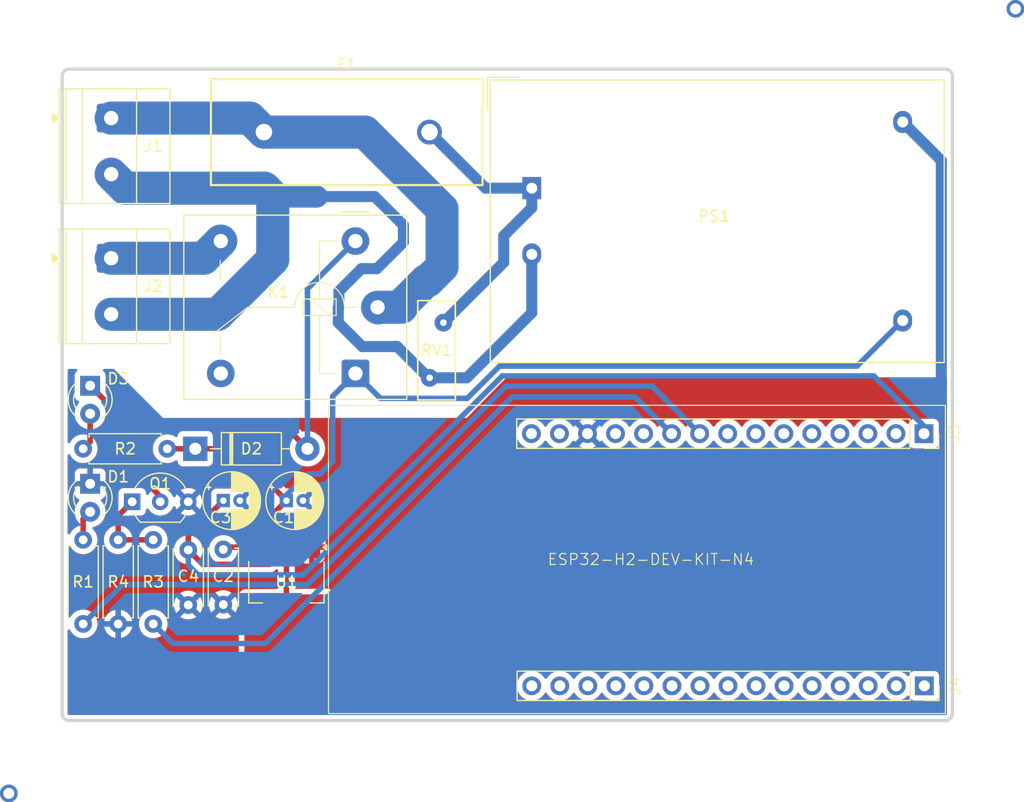
<source format=kicad_pcb>
(kicad_pcb (version 20241229) (generator "pcbnew") (generator_version "9.0")
  (title_block (title "ESP32-H2 smart switch") (date "2025-05-01") (rev "1.0") (company "SIVAKOV.TECH") (comment 1 "THT version for hand soldering"))
  (layers (0 "F.Cu" signal) (2 "B.Cu" signal) (13 "F.Paste" user) (15 "B.Paste" user) (5 "F.SilkS" user "F.Silkscreen") (7 "B.SilkS" user "B.Silkscreen") (1 "F.Mask" user) (3 "B.Mask" user) (25 "Edge.Cuts" user))
  (net 0 "")
  (net 1 "+5V")
  (net 2 "GND")
  (net 3 "+3.3V")
  (net 4 "/LED_RUN")
  (net 5 "/RELAY_COIL")
  (net 6 "/LED_RELAY")
  (net 7 "L_IN")
  (net 9 "/RELAY_CTRL")
  (net 15 "Net-(J3-Pin_9)")
  (net 37 "Net-(Q1-B)")
  (net 38 "N_IN")
  (net 39 "/L_OUT")
  (net 40 "L")
  (net 41 "N")
  (footprint "Varistor:RV_Disc_D9mm_W3.4mm_P5mm" (layer "F.Cu") (at 141.224 97.282 -90)
    (property "Reference" "RV1" (at 2.5 0.635 180) (layer "F.SilkS"))
    (property "Value" "275V")
    (pad "1" thru_hole circle (at 0 0 270) (size 1.6 1.6) (drill 0.6) (layers "*.Cu" "*.Mask") (net 40 "L"))
    (pad "2" thru_hole circle (at 5 1.25 270) (size 1.6 1.6) (drill 0.6) (layers "*.Cu" "*.Mask") (net 41 "N"))
  )
  (footprint "KiCadX_FuseHolders_THT:FuseHolder_THT_5x20mm_PTF76_RM15mm" (layer "F.Cu") (at 132.461 80.01)
    (property "Reference" "F1" (at 0 -6.135 0) (layer "F.SilkS"))
    (property "Value" "T250mA 250V")
    (pad "1" thru_hole circle (at -7.5 0) (size 2.5 2.5) (drill 1.5) (layers "*.Cu" "*.Mask") (net 7 "L_IN"))
    (pad "2" thru_hole circle (at 7.5 0) (size 2.25 2.25) (drill 1.5) (layers "*.Cu" "*.Mask") (net 40 "L"))
  )
  (footprint "Capacitor_THT:C_Disc_D5.0mm_W2.5mm_P5.00mm" (layer "F.Cu") (at 118.11 117.877087 -90)
    (property "Reference" "C4" (at 2.391913 0 180) (layer "F.SilkS"))
    (property "Value" "100n")
    (pad "1" thru_hole circle (at 0 0 270) (size 1.6 1.6) (drill 0.8) (layers "*.Cu" "*.Mask") (net 3 "+3.3V"))
    (pad "2" thru_hole circle (at 5 0 270) (size 1.6 1.6) (drill 0.8) (layers "*.Cu" "*.Mask") (net 2 "GND"))
  )
  (footprint "Diode_THT:D_DO-41_SOD81_P10.16mm_Horizontal" (layer "F.Cu") (at 118.745 108.712)
    (property "Reference" "D2" (at 5.08 0 0) (layer "F.SilkS"))
    (property "Value" "40V, 1A")
    (pad "1" thru_hole rect (at 0 0) (size 2.2 2.2) (drill 1.1) (layers "*.Cu" "*.Mask") (net 1 "+5V"))
    (pad "2" thru_hole oval (at 10.16 0) (size 2.2 2.2) (drill 1.1) (layers "*.Cu" "*.Mask") (net 5 "/RELAY_COIL"))
  )
  (footprint "KiCadX_Capacitors_THT:CP_Radial_D5.0mm_P1.50mm" (layer "F.Cu") (at 121.285 113.411)
    (property "Reference" "C3" (at -0.254 1.524 0) (layer "F.SilkS"))
    (property "Value" "22u")
    (pad "1" thru_hole rect (at 0 0) (size 1.2 1.2) (drill 0.6) (layers "*.Cu" "*.Mask") (net 3 "+3.3V"))
    (pad "2" thru_hole circle (at 1.5 0) (size 1.2 1.2) (drill 0.6) (layers "*.Cu" "*.Mask") (net 2 "GND"))
  )
  (footprint "TerminalBlock_Phoenix:TerminalBlock_Phoenix_MKDS-1,5-2-5.08_1x02_P5.08mm_Horizontal" (layer "F.Cu") (at 111.125 91.44 -90)
    (property "Reference" "J2" (at 2.54 -3.81 180) (layer "F.SilkS"))
    (property "Value" "Screw_Terminal_01x02")
    (pad "1" thru_hole roundrect (at 0 0 270) (size 2.6 2.6) (drill 1.3) (layers "*.Cu" "*.Mask") (roundrect_rratio 0.096154) (net 39 "/L_OUT"))
    (pad "2" thru_hole circle (at 5.08 0 270) (size 2.6 2.6) (drill 1.3) (layers "*.Cu" "*.Mask") (net 38 "N_IN"))
  )
  (footprint "Resistor_THT:R_Axial_DIN0207_L6.3mm_D2.5mm_P7.62mm_Horizontal" (layer "F.Cu") (at 111.76 116.967 -90)
    (property "Reference" "R4" (at 3.81 0 180) (layer "F.SilkS"))
    (property "Value" "10k")
    (pad "1" thru_hole circle (at 0 0 270) (size 1.6 1.6) (drill 0.8) (layers "*.Cu" "*.Mask") (net 37 "Net-(Q1-B)"))
    (pad "2" thru_hole oval (at 7.62 0 270) (size 1.6 1.6) (drill 0.8) (layers "*.Cu" "*.Mask") (net 2 "GND"))
  )
  (footprint "TerminalBlock_Phoenix:TerminalBlock_Phoenix_MKDS-1,5-2-5.08_1x02_P5.08mm_Horizontal" (layer "F.Cu") (at 111.125 78.74 -90)
    (property "Reference" "J1" (at 2.54 -3.81 180) (layer "F.SilkS"))
    (property "Value" "Screw_Terminal_01x02")
    (pad "1" thru_hole roundrect (at 0 0 270) (size 2.6 2.6) (drill 1.3) (layers "*.Cu" "*.Mask") (roundrect_rratio 0.096154) (net 7 "L_IN"))
    (pad "2" thru_hole circle (at 5.08 0 270) (size 2.6 2.6) (drill 1.3) (layers "*.Cu" "*.Mask") (net 38 "N_IN"))
  )
  (footprint "Connector_PinSocket_2.54mm:PinSocket_1x15_P2.54mm_Vertical" (layer "F.Cu") (at 184.785 130.2 -90)
    (property "Reference" "J4" (at 0 -2.77 90) (layer "F.SilkS"))
    (property "Value" "Conn_01x15")
    (pad "1" thru_hole rect (at 0 0 270) (size 1.7 1.7) (drill 1) (layers "*.Cu" "*.Mask"))
    (pad "2" thru_hole circle (at 0 2.54 270) (size 1.7 1.7) (drill 1) (layers "*.Cu" "*.Mask"))
    (pad "3" thru_hole circle (at 0 5.08 270) (size 1.7 1.7) (drill 1) (layers "*.Cu" "*.Mask"))
    (pad "4" thru_hole circle (at 0 7.62 270) (size 1.7 1.7) (drill 1) (layers "*.Cu" "*.Mask"))
    (pad "5" thru_hole circle (at 0 10.16 270) (size 1.7 1.7) (drill 1) (layers "*.Cu" "*.Mask"))
    (pad "6" thru_hole circle (at 0 12.7 270) (size 1.7 1.7) (drill 1) (layers "*.Cu" "*.Mask"))
    (pad "7" thru_hole circle (at 0 15.24 270) (size 1.7 1.7) (drill 1) (layers "*.Cu" "*.Mask"))
    (pad "8" thru_hole circle (at 0 17.78 270) (size 1.7 1.7) (drill 1) (layers "*.Cu" "*.Mask"))
    (pad "9" thru_hole circle (at 0 20.32 270) (size 1.7 1.7) (drill 1) (layers "*.Cu" "*.Mask"))
    (pad "10" thru_hole circle (at 0 22.86 270) (size 1.7 1.7) (drill 1) (layers "*.Cu" "*.Mask"))
    (pad "11" thru_hole circle (at 0 25.4 270) (size 1.7 1.7) (drill 1) (layers "*.Cu" "*.Mask"))
    (pad "12" thru_hole circle (at 0 27.94 270) (size 1.7 1.7) (drill 1) (layers "*.Cu" "*.Mask"))
    (pad "13" thru_hole circle (at 0 30.48 270) (size 1.7 1.7) (drill 1) (layers "*.Cu" "*.Mask"))
    (pad "14" thru_hole circle (at 0 33.02 270) (size 1.7 1.7) (drill 1) (layers "*.Cu" "*.Mask"))
    (pad "15" thru_hole circle (at 0 35.56 270) (size 1.7 1.7) (drill 1) (layers "*.Cu" "*.Mask"))
  )
  (footprint "Package_TO_SOT_THT:TO-92_Inline_Wide" (layer "F.Cu") (at 113.03 113.517)
    (property "Reference" "Q1" (at 2.54 -1.63 0) (layer "F.SilkS"))
    (property "Value" "NPN, 40V, 500mA")
    (pad "1" thru_hole rect (at 0 0) (size 1.5 1.5) (drill 0.8) (layers "*.Cu" "*.Mask") (net 37 "Net-(Q1-B)"))
    (pad "2" thru_hole circle (at 2.54 0) (size 1.5 1.5) (drill 0.8) (layers "*.Cu" "*.Mask") (net 5 "/RELAY_COIL"))
    (pad "3" thru_hole circle (at 5.08 0) (size 1.5 1.5) (drill 0.8) (layers "*.Cu" "*.Mask") (net 2 "GND"))
  )
  (footprint "LED_THT:LED_D3.0mm" (layer "F.Cu") (at 109.22 111.887 -90)
    (property "Reference" "D1" (at -0.635 -2.54 180) (layer "F.SilkS"))
    (property "Value" "Blue, 3V, 10mA")
    (pad "1" thru_hole rect (at 0 0 270) (size 1.8 1.8) (drill 0.9) (layers "*.Cu" "*.Mask") (net 2 "GND"))
    (pad "2" thru_hole circle (at 2.54 0 270) (size 1.8 1.8) (drill 0.9) (layers "*.Cu" "*.Mask") (net 4 "/LED_RUN"))
  )
  (footprint "Package_TO_SOT_SMD:SOT-223-3_TabPin2" (layer "F.Cu") (at 127 120.777 -90)
    (property "Reference" "U1" (at 0 0 180) (layer "F.SilkS"))
    (property "Value" "LM1117MP-3.3")
    (pad "1" smd roundrect (at -3.15 -2.3 270) (size 2 1.5) (layers "F.Cu" "F.Mask" "F.Paste") (net 2 "GND"))
    (pad "2" smd roundrect (at -3.15 0 270) (size 2 1.5) (layers "F.Cu" "F.Mask" "F.Paste") (net 3 "+3.3V"))
    (pad "2" smd roundrect (at 3.15 0 270) (size 2 3.8) (layers "F.Cu" "F.Mask" "F.Paste") (net 3 "+3.3V"))
    (pad "3" smd roundrect (at -3.15 2.3 270) (size 2 1.5) (layers "F.Cu" "F.Mask" "F.Paste") (net 1 "+5V"))
  )
  (footprint "LED_THT:LED_D3.0mm" (layer "F.Cu") (at 109.22 102.997 -90)
    (property "Reference" "D3" (at -0.635 -2.54 180) (layer "F.SilkS"))
    (property "Value" "Red, 2V, 10mA")
    (pad "1" thru_hole rect (at 0 0 270) (size 1.8 1.8) (drill 0.9) (layers "*.Cu" "*.Mask") (net 5 "/RELAY_COIL"))
    (pad "2" thru_hole circle (at 2.54 0 270) (size 1.8 1.8) (drill 0.9) (layers "*.Cu" "*.Mask") (net 6 "/LED_RELAY"))
  )
  (footprint "Resistor_THT:R_Axial_DIN0207_L6.3mm_D2.5mm_P7.62mm_Horizontal" (layer "F.Cu") (at 116.205 108.712 180)
    (property "Reference" "R2" (at 3.81 0 0) (layer "F.SilkS"))
    (property "Value" "330R")
    (pad "1" thru_hole circle (at 0 0 180) (size 1.6 1.6) (drill 0.8) (layers "*.Cu" "*.Mask") (net 1 "+5V"))
    (pad "2" thru_hole oval (at 7.62 0 180) (size 1.6 1.6) (drill 0.8) (layers "*.Cu" "*.Mask") (net 6 "/LED_RELAY"))
  )
  (footprint "KiCadX_Capacitors_THT:CP_Radial_D5.0mm_P1.50mm" (layer "F.Cu") (at 127 113.411)
    (property "Reference" "C1" (at -0.254 1.524 0) (layer "F.SilkS"))
    (property "Value" "22u")
    (pad "1" thru_hole rect (at 0 0) (size 1.2 1.2) (drill 0.6) (layers "*.Cu" "*.Mask") (net 1 "+5V"))
    (pad "2" thru_hole circle (at 1.5 0) (size 1.2 1.2) (drill 0.6) (layers "*.Cu" "*.Mask") (net 2 "GND"))
  )
  (footprint "Resistor_THT:R_Axial_DIN0207_L6.3mm_D2.5mm_P7.62mm_Horizontal" (layer "F.Cu") (at 108.585 116.967 -90)
    (property "Reference" "R1" (at 3.81 0 180) (layer "F.SilkS"))
    (property "Value" "220R")
    (pad "1" thru_hole circle (at 0 0 270) (size 1.6 1.6) (drill 0.8) (layers "*.Cu" "*.Mask") (net 4 "/LED_RUN"))
    (pad "2" thru_hole oval (at 7.62 0 270) (size 1.6 1.6) (drill 0.8) (layers "*.Cu" "*.Mask") (net 15 "Net-(J3-Pin_9)"))
  )
  (footprint "Converter_ACDC:Converter_ACDC_Hi-Link_HLK-5Mxx" (layer "F.Cu") (at 149.225 85.09)
    (property "Reference" "PS1" (at 16.51 2.54 0) (layer "F.SilkS"))
    (property "Value" "HLK-5M05")
    (pad "1" thru_hole rect (at 0 0) (size 1.7 2) (drill 1) (layers "*.Cu" "*.Mask") (net 40 "L"))
    (pad "2" thru_hole oval (at 0 6) (size 1.7 2) (drill 1) (layers "*.Cu" "*.Mask") (net 41 "N"))
    (pad "3" thru_hole oval (at 33.6 -6) (size 1.7 2) (drill 1) (layers "*.Cu" "*.Mask") (net 2 "GND"))
    (pad "4" thru_hole oval (at 33.6 12) (size 1.7 2) (drill 1) (layers "*.Cu" "*.Mask") (net 1 "+5V"))
  )
  (footprint "KiCadX_Relays_THT:Relay_SPDT_Relpol-RM51" (layer "F.Cu") (at 135.255 95.885 -90)
    (property "Reference" "K1" (at -1.397 9.017 0) (layer "F.SilkS"))
    (property "Value" "SPDT, 5V 72R, 10A 250VAC")
    (pad "11" thru_hole circle (at 0 0 270) (size 2.5 2.5) (drill 1.3) (layers "*.Cu" "*.Mask") (net 7 "L_IN"))
    (pad "12" thru_hole oval (at 6 14.2 270) (size 2.5 2.5) (drill 1.3) (layers "*.Cu" "*.Mask"))
    (pad "14" thru_hole oval (at -6 14.2 270) (size 2.5 2.5) (drill 1.3) (layers "*.Cu" "*.Mask") (net 39 "/L_OUT"))
    (pad "A1" thru_hole oval (at -6 2 270) (size 2.5 2.5) (drill 1.3) (layers "*.Cu" "*.Mask") (net 5 "/RELAY_COIL"))
    (pad "A2" thru_hole roundrect (at 6 2 270) (size 2.5 2.5) (drill 1.3) (layers "*.Cu" "*.Mask") (roundrect_rratio 0.1) (net 1 "+5V"))
  )
  (footprint "Capacitor_THT:C_Disc_D5.0mm_W2.5mm_P5.00mm" (layer "F.Cu") (at 121.285 117.837087 -90)
    (property "Reference" "C2" (at 2.431913 0 0) (layer "F.SilkS"))
    (property "Value" "100n")
    (pad "1" thru_hole circle (at 0 0 270) (size 1.6 1.6) (drill 0.8) (layers "*.Cu" "*.Mask") (net 1 "+5V"))
    (pad "2" thru_hole circle (at 5 0 270) (size 1.6 1.6) (drill 0.8) (layers "*.Cu" "*.Mask") (net 2 "GND"))
  )
  (footprint "Resistor_THT:R_Axial_DIN0207_L6.3mm_D2.5mm_P7.62mm_Horizontal" (layer "F.Cu") (at 114.935 124.587 90)
    (property "Reference" "R3" (at 3.81 0 180) (layer "F.SilkS"))
    (property "Value" "330R")
    (pad "1" thru_hole circle (at 0 0 90) (size 1.6 1.6) (drill 0.8) (layers "*.Cu" "*.Mask") (net 9 "/RELAY_CTRL"))
    (pad "2" thru_hole oval (at 7.62 0 90) (size 1.6 1.6) (drill 0.8) (layers "*.Cu" "*.Mask") (net 37 "Net-(Q1-B)"))
  )
  (footprint "Connector_PinSocket_2.54mm:PinSocket_1x15_P2.54mm_Vertical" (layer "F.Cu") (at 184.755 107.34 -90)
    (property "Reference" "J3" (at 0 -2.77 90) (layer "F.SilkS"))
    (property "Value" "Conn_01x15")
    (pad "1" thru_hole rect (at 0 0 270) (size 1.7 1.7) (drill 1) (layers "*.Cu" "*.Mask") (net 3 "+3.3V"))
    (pad "2" thru_hole circle (at 0 2.54 270) (size 1.7 1.7) (drill 1) (layers "*.Cu" "*.Mask"))
    (pad "3" thru_hole circle (at 0 5.08 270) (size 1.7 1.7) (drill 1) (layers "*.Cu" "*.Mask"))
    (pad "4" thru_hole circle (at 0 7.62 270) (size 1.7 1.7) (drill 1) (layers "*.Cu" "*.Mask"))
    (pad "5" thru_hole circle (at 0 10.16 270) (size 1.7 1.7) (drill 1) (layers "*.Cu" "*.Mask"))
    (pad "6" thru_hole circle (at 0 12.7 270) (size 1.7 1.7) (drill 1) (layers "*.Cu" "*.Mask"))
    (pad "7" thru_hole circle (at 0 15.24 270) (size 1.7 1.7) (drill 1) (layers "*.Cu" "*.Mask"))
    (pad "8" thru_hole circle (at 0 17.78 270) (size 1.7 1.7) (drill 1) (layers "*.Cu" "*.Mask"))
    (pad "9" thru_hole circle (at 0 20.32 270) (size 1.7 1.7) (drill 1) (layers "*.Cu" "*.Mask") (net 15 "Net-(J3-Pin_9)"))
    (pad "10" thru_hole circle (at 0 22.86 270) (size 1.7 1.7) (drill 1) (layers "*.Cu" "*.Mask") (net 9 "/RELAY_CTRL"))
    (pad "11" thru_hole circle (at 0 25.4 270) (size 1.7 1.7) (drill 1) (layers "*.Cu" "*.Mask"))
    (pad "12" thru_hole circle (at 0 27.94 270) (size 1.7 1.7) (drill 1) (layers "*.Cu" "*.Mask"))
    (pad "13" thru_hole circle (at 0 30.48 270) (size 1.7 1.7) (drill 1) (layers "*.Cu" "*.Mask") (net 2 "GND"))
    (pad "14" thru_hole circle (at 0 33.02 270) (size 1.7 1.7) (drill 1) (layers "*.Cu" "*.Mask"))
    (pad "15" thru_hole circle (at 0 35.56 270) (size 1.7 1.7) (drill 1) (layers "*.Cu" "*.Mask"))
  )
  (footprint "NetTie:NetTie-2_SMD_Pad2.0mm" (layer "B.Cu") (at 127.762 85.852)
    (property "Reference" "NT1" (hide yes))
    (property "Value" "NetTie_2" (hide yes))
    (fp_poly (pts (xy -2 1) (xy 2 1) (xy 2 -1) (xy -2 -1)) (fill yes) (layer "B.Cu"))
    (pad "1" smd circle (at -2 0) (size 2 2) (layers "B.Cu") (net 38 "N_IN"))
    (pad "2" smd circle (at 2 0) (size 2 2) (layers "B.Cu") (net 41 "N"))
  )
  (gr_rect (start 130.81 104.775) (end 186.69 132.715) (stroke (width 0.1)) (fill no) (layer "F.SilkS"))
  (gr_arc (start 107.315 133.35) (mid 106.865987 133.164013) (end 106.68 132.715) (stroke (width 0.3)) (layer "Edge.Cuts"))
  (gr_line (start 107.315 133.35) (end 186.69 133.35) (stroke (width 0.3)) (layer "Edge.Cuts"))
  (gr_arc (start 106.68 74.93) (mid 106.865987 74.480987) (end 107.315 74.295) (stroke (width 0.3)) (layer "Edge.Cuts"))
  (gr_line (start 186.69 74.295) (end 107.315 74.295) (stroke (width 0.3)) (layer "Edge.Cuts"))
  (gr_arc (start 187.325 132.715) (mid 187.139013 133.164013) (end 186.69 133.35) (stroke (width 0.3)) (layer "Edge.Cuts"))
  (gr_arc (start 186.69 74.295) (mid 187.139013 74.480987) (end 187.325 74.93) (stroke (width 0.3)) (layer "Edge.Cuts"))
  (gr_line (start 187.325 132.715) (end 187.325 74.93) (stroke (width 0.3)) (layer "Edge.Cuts"))
  (gr_line (start 106.68 74.93) (end 106.68 132.715) (stroke (width 0.3)) (layer "Edge.Cuts"))
  (gr_text "ESP32-H2-DEV-KIT-N4" (at 160.02 118.745 0) (layer "F.SilkS") (effects (font (size 1 1) (thickness 0.1))))
  (via (at 101.854 139.954) (size 1.6) (drill 1) (layers "F.Cu" "B.Cu") (net 0))
  (via (at 193.04 68.834) (size 1.6) (drill 1) (layers "F.Cu" "B.Cu") (net 0))
  (segment (start 124.7 117.627) (end 121.495087 117.627) (width 0.5) (layer "F.Cu") (net 1))
  (segment (start 118.745 108.712) (end 122.301 108.712) (width 0.5) (layer "F.Cu") (net 1))
  (segment (start 127 113.411) (end 124.7 115.711) (width 0.5) (layer "F.Cu") (net 1))
  (segment (start 122.301 108.712) (end 127 113.411) (width 0.5) (layer "F.Cu") (net 1))
  (segment (start 124.7 115.711) (end 124.7 117.627) (width 0.5) (layer "F.Cu") (net 1))
  (segment (start 116.205 108.712) (end 118.745 108.712) (width 0.5) (layer "F.Cu") (net 1))
  (segment (start 121.495087 117.627) (end 121.285 117.837087) (width 0.5) (layer "F.Cu") (net 1))
  (segment (start 135.51 104.14) (end 143.383 104.14) (width 0.5) (layer "B.Cu") (net 1))
  (segment (start 178.689 101.219) (end 182.818 97.09) (width 0.5) (layer "B.Cu") (net 1))
  (segment (start 182.818 97.09) (end 182.825 97.09) (width 0.5) (layer "B.Cu") (net 1))
  (segment (start 143.383 104.14) (end 146.304 101.219) (width 0.5) (layer "B.Cu") (net 1))
  (segment (start 130.048 110.998) (end 128.905 110.998) (width 0.5) (layer "B.Cu") (net 1))
  (segment (start 131.191 109.855) (end 130.048 110.998) (width 0.5) (layer "B.Cu") (net 1))
  (segment (start 133.255 101.885) (end 131.191 103.949) (width 0.5) (layer "B.Cu") (net 1))
  (segment (start 127 112.903) (end 127 113.411) (width 0.5) (layer "B.Cu") (net 1))
  (segment (start 146.304 101.219) (end 178.689 101.219) (width 0.5) (layer "B.Cu") (net 1))
  (segment (start 128.905 110.998) (end 127 112.903) (width 0.5) (layer "B.Cu") (net 1))
  (segment (start 133.255 101.885) (end 135.51 104.14) (width 0.5) (layer "B.Cu") (net 1))
  (segment (start 131.191 103.949) (end 131.191 109.855) (width 0.5) (layer "B.Cu") (net 1))
  (segment (start 186.324 82.589) (end 186.324 102.87) (width 1) (layer "B.Cu") (net 2))
  (segment (start 182.825 79.09) (end 186.324 82.589) (width 1) (layer "B.Cu") (net 2))
  (segment (start 118.11 117.877087) (end 118.11 116.586) (width 0.5) (layer "F.Cu") (net 3))
  (segment (start 125.448475 119.188087) (end 119.421 119.188087) (width 0.5) (layer "F.Cu") (net 3))
  (segment (start 127 117.627) (end 127 117.636562) (width 0.5) (layer "F.Cu") (net 3))
  (segment (start 127 117.636562) (end 125.448475 119.188087) (width 0.5) (layer "F.Cu") (net 3))
  (segment (start 127 117.627) (end 127 123.927) (width 0.5) (layer "F.Cu") (net 3))
  (segment (start 119.421 119.188087) (end 118.11 117.877087) (width 0.5) (layer "F.Cu") (net 3))
  (segment (start 118.11 116.586) (end 121.285 113.411) (width 0.5) (layer "F.Cu") (net 3))
  (segment (start 184.755 107.34) (end 184.755 106.65) (width 0.5) (layer "B.Cu") (net 3))
  (segment (start 118.999 120.142) (end 118.11 119.253) (width 0.5) (layer "B.Cu") (net 3))
  (segment (start 128.524 120.142) (end 118.999 120.142) (width 0.5) (layer "B.Cu") (net 3))
  (segment (start 180.213 102.108) (end 146.558 102.108) (width 0.5) (layer "B.Cu") (net 3))
  (segment (start 184.755 106.65) (end 180.213 102.108) (width 0.5) (layer "B.Cu") (net 3))
  (segment (start 146.558 102.108) (end 128.524 120.142) (width 0.5) (layer "B.Cu") (net 3))
  (segment (start 118.11 119.253) (end 118.11 117.877087) (width 0.5) (layer "B.Cu") (net 3))
  (segment (start 108.585 116.967) (end 108.585 115.062) (width 0.5) (layer "F.Cu") (net 4))
  (segment (start 108.585 115.062) (end 109.22 114.427) (width 0.5) (layer "F.Cu") (net 4))
  (segment (start 114.173 107.95) (end 114.173 111.633) (width 0.5) (layer "F.Cu") (net 5))
  (segment (start 112.522 106.299) (end 114.173 107.95) (width 0.5) (layer "F.Cu") (net 5))
  (segment (start 115.57 113.03) (end 115.57 113.517) (width 0.5) (layer "F.Cu") (net 5))
  (segment (start 109.22 102.997) (end 112.522 106.299) (width 0.5) (layer "F.Cu") (net 5))
  (segment (start 128.905 108.712) (end 126.619 106.426) (width 0.5) (layer "F.Cu") (net 5))
  (segment (start 114.173 111.633) (end 115.57 113.03) (width 0.5) (layer "F.Cu") (net 5))
  (segment (start 126.619 106.426) (end 112.649 106.426) (width 0.5) (layer "F.Cu") (net 5))
  (segment (start 112.649 106.426) (end 112.522 106.299) (width 0.5) (layer "F.Cu") (net 5))
  (segment (start 133.23517 89.885) (end 128.905 94.21517) (width 0.5) (layer "B.Cu") (net 5))
  (segment (start 133.255 89.885) (end 133.23517 89.885) (width 0.5) (layer "B.Cu") (net 5))
  (segment (start 128.905 94.21517) (end 128.905 108.712) (width 0.5) (layer "B.Cu") (net 5))
  (segment (start 109.22 105.537) (end 109.22 108.077) (width 0.5) (layer "F.Cu") (net 6))
  (segment (start 109.22 108.077) (end 108.585 108.712) (width 0.5) (layer "F.Cu") (net 6))
  (segment (start 141.097 92.202) (end 139.818 93.481) (width 3) (layer "B.Cu") (net 7))
  (segment (start 139.818 93.481) (end 139.649574 93.481) (width 3) (layer "B.Cu") (net 7))
  (segment (start 141.097 86.995) (end 141.097 92.202) (width 3) (layer "B.Cu") (net 7))
  (segment (start 123.691 78.74) (end 124.961 80.01) (width 3) (layer "B.Cu") (net 7))
  (segment (start 124.961 80.01) (end 134.112 80.01) (width 3) (layer "B.Cu") (net 7))
  (segment (start 135.317581 95.947581) (end 135.380162 95.885) (width 3) (layer "B.Cu") (net 7))
  (segment (start 134.112 80.01) (end 141.097 86.995) (width 3) (layer "B.Cu") (net 7))
  (segment (start 137.414 95.885) (end 135.255 95.885) (width 3) (layer "B.Cu") (net 7))
  (segment (start 139.649574 93.481) (end 137.423 95.707574) (width 3) (layer "B.Cu") (net 7))
  (segment (start 137.423 95.876) (end 137.414 95.885) (width 3) (layer "B.Cu") (net 7))
  (segment (start 111.125 78.74) (end 123.691 78.74) (width 3) (layer "B.Cu") (net 7))
  (segment (start 137.423 95.707574) (end 137.423 95.876) (width 3) (layer "B.Cu") (net 7))
  (segment (start 147.447 104.013) (end 125.095 126.365) (width 0.5) (layer "B.Cu") (net 9))
  (segment (start 161.895 107.34) (end 158.568 104.013) (width 0.5) (layer "B.Cu") (net 9))
  (segment (start 158.568 104.013) (end 147.447 104.013) (width 0.5) (layer "B.Cu") (net 9))
  (segment (start 125.095 126.365) (end 116.713 126.365) (width 0.5) (layer "B.Cu") (net 9))
  (segment (start 116.713 126.365) (end 114.935 124.587) (width 0.5) (layer "B.Cu") (net 9))
  (segment (start 160.131 103.036) (end 146.889786 103.036) (width 0.5) (layer "B.Cu") (net 15))
  (segment (start 128.894786 121.031) (end 112.141 121.031) (width 0.5) (layer "B.Cu") (net 15))
  (segment (start 146.889786 103.036) (end 128.894786 121.031) (width 0.5) (layer "B.Cu") (net 15))
  (segment (start 164.435 107.34) (end 160.131 103.036) (width 0.5) (layer "B.Cu") (net 15))
  (segment (start 112.141 121.031) (end 108.585 124.587) (width 0.5) (layer "B.Cu") (net 15))
  (segment (start 111.76 116.967) (end 111.76 114.787) (width 0.5) (layer "F.Cu") (net 37))
  (segment (start 114.935 116.967) (end 111.76 116.967) (width 0.5) (layer "F.Cu") (net 37))
  (segment (start 111.76 114.787) (end 113.03 113.517) (width 0.5) (layer "F.Cu") (net 37))
  (segment (start 111.125 83.82) (end 112.395 85.09) (width 3) (layer "B.Cu") (net 38))
  (segment (start 125 85.09) (end 125.762 85.852) (width 3) (layer "B.Cu") (net 38))
  (segment (start 125.762 85.852) (end 125.762 91.543375) (width 3) (layer "B.Cu") (net 38))
  (segment (start 120.785375 96.52) (end 111.125 96.52) (width 3) (layer "B.Cu") (net 38))
  (segment (start 112.395 85.09) (end 125 85.09) (width 3) (layer "B.Cu") (net 38))
  (segment (start 125.762 91.543375) (end 120.785375 96.52) (width 3) (layer "B.Cu") (net 38))
  (segment (start 111.125 91.44) (end 119.5 91.44) (width 3) (layer "B.Cu") (net 39))
  (segment (start 119.5 91.44) (end 121.055 89.885) (width 3) (layer "B.Cu") (net 39))
  (segment (start 149.225 86.866162) (end 146.685 89.406162) (width 1) (layer "B.Cu") (net 40))
  (segment (start 145.041 85.09) (end 139.961 80.01) (width 1) (layer "B.Cu") (net 40))
  (segment (start 146.685 89.406162) (end 146.685 91.821) (width 1) (layer "B.Cu") (net 40))
  (segment (start 149.225 85.09) (end 145.041 85.09) (width 1) (layer "B.Cu") (net 40))
  (segment (start 146.685 91.821) (end 141.224 97.282) (width 1) (layer "B.Cu") (net 40))
  (segment (start 149.225 85.09) (end 149.225 86.866162) (width 1) (layer "B.Cu") (net 40))
  (segment (start 135.002838 85.852) (end 129.762 85.852) (width 1) (layer "B.Cu") (net 41))
  (segment (start 133.804838 92.384) (end 135.2 92.384) (width 1) (layer "B.Cu") (net 41))
  (segment (start 137.596 88.445162) (end 135.002838 85.852) (width 1) (layer "B.Cu") (net 41))
  (segment (start 131.699 95.885) (end 131.754 95.83) (width 1) (layer "B.Cu") (net 41))
  (segment (start 139.974 102.282) (end 139.874 102.282) (width 1) (layer "B.Cu") (net 41))
  (segment (start 139.874 102.282) (end 137.033 99.441) (width 1) (layer "B.Cu") (net 41))
  (segment (start 136.767743 99.448581) (end 133.867419 99.448581) (width 1) (layer "B.Cu") (net 41))
  (segment (start 135.2 92.384) (end 137.596 89.988) (width 1) (layer "B.Cu") (net 41))
  (segment (start 137.033 99.441) (end 136.775324 99.441) (width 1) (layer "B.Cu") (net 41))
  (segment (start 131.754 95.83) (end 131.754 94.434838) (width 1) (layer "B.Cu") (net 41))
  (segment (start 136.775324 99.441) (end 136.767743 99.448581) (width 1) (layer "B.Cu") (net 41))
  (segment (start 133.867419 99.448581) (end 131.699 97.280162) (width 1) (layer "B.Cu") (net 41))
  (segment (start 149.225 96.393) (end 143.336 102.282) (width 1) (layer "B.Cu") (net 41))
  (segment (start 131.754 94.434838) (end 133.804838 92.384) (width 1) (layer "B.Cu") (net 41))
  (segment (start 131.699 97.280162) (end 131.699 95.885) (width 1) (layer "B.Cu") (net 41))
  (segment (start 137.596 89.988) (end 137.596 88.445162) (width 1) (layer "B.Cu") (net 41))
  (segment (start 149.225 91.09) (end 149.225 96.393) (width 1) (layer "B.Cu") (net 41))
  (segment (start 143.336 102.282) (end 139.974 102.282) (width 1) (layer "B.Cu") (net 41))
  (zone (net 3) (net_name "+3.3V") (layer "F.Cu") (priority 1) (connect_pads yes (clearance 0.5)) (min_thickness 0.25) (fill yes (thermal_gap 0.5) (thermal_bridge_width 0.5))
    (polygon (pts (xy 123.19 121.939992) (xy 130.81 121.899992) (xy 130.81 130.702992) (xy 123.19 130.702992)))
  )
  (zone (net 2) (net_name "GND") (layers "F.Cu" "B.Cu") (name "GND") (connect_pads (clearance 0.5)) (min_thickness 0.25) (fill yes (thermal_gap 0.5) (thermal_bridge_width 0.5))
    (polygon (pts (xy 189.865 71.755) (xy 189.865 136.525) (xy 104.14 136.525) (xy 104.14 71.755)))
  )
  (zone (net 0) (net_name "") (layers "F.Cu" "B.Cu") (connect_pads (clearance 0)) (min_thickness 0.25)
    (keepout (tracks allowed) (vias allowed) (pads allowed) (copperpour not_allowed) (footprints allowed))
    (fill (thermal_gap 0.5) (thermal_bridge_width 0.5))
    (polygon (pts (xy 104.14 73.66) (xy 187.96 73.66) (xy 187.96 102.235) (xy 146.953104 102.235) (xy 143.328564 105.918) (xy 124.714 105.918) (xy 115.824 105.918) (xy 111.379 101.473) (xy 104.14 101.473)))
  )
)
</source>
